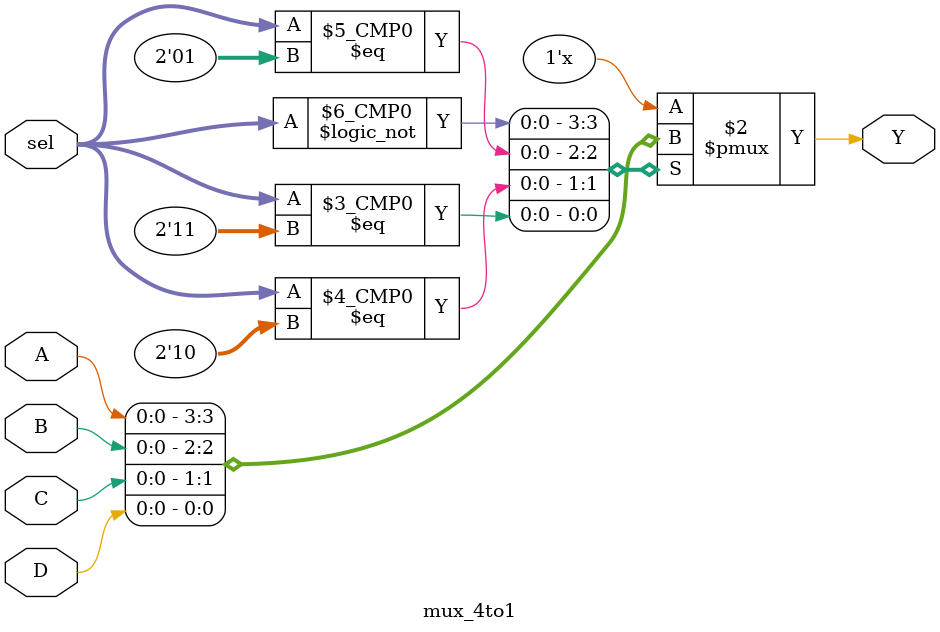
<source format=v>
`timescale 1ns / 1ps


module mux_4to1(
    output reg Y,
    input wire A,
    input wire B,
    input wire C,
    input wire D,
    input wire [1:0] sel
    );
   
    
     always @(A or B or C or D or sel)
     case ( sel )
     2'b00: Y = A;
     2'b01: Y = B;
     2'b10: Y = C;
     2'b11: Y = D;
     default: Y = 16'hxxxx;
     endcase
    
endmodule

</source>
